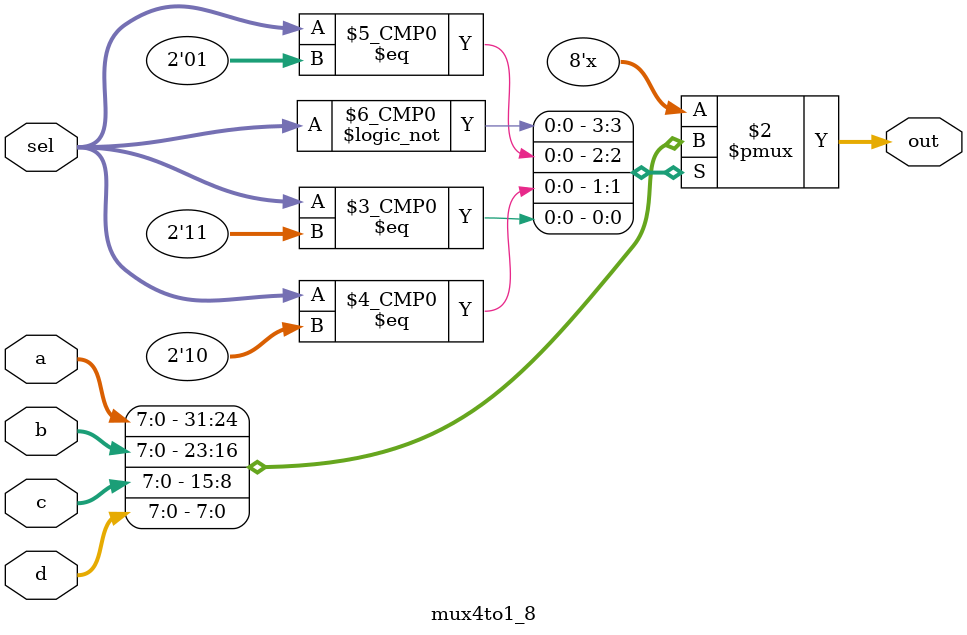
<source format=v>
module mux4to1_8 #(
    parameter WIDTH = 8
) (
    input  wire [WIDTH-1:0] a, b, c, d,
    input  wire [1:0] sel,
    output reg  [WIDTH-1:0] out
);

    always @* begin
        case (sel)
            2'd0: out = a;
            2'd1: out = b;
            2'd2: out = c;
            2'd3: out = d;
            default: out = {WIDTH{1'b0}};
        endcase
    end

endmodule

</source>
